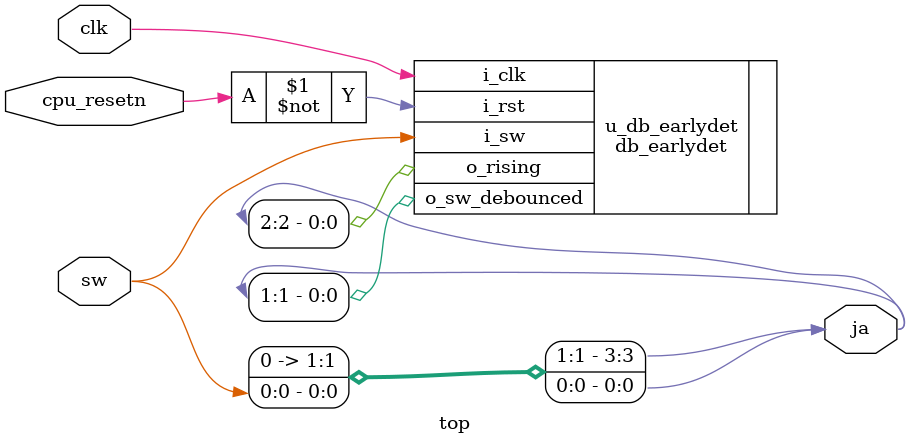
<source format=sv>
module top
    (
        input   logic clk,
        input   logic cpu_resetn,
        input   logic sw,
        output  logic [3:0] ja
    );

    assign ja[0] = sw;

    // debouncer_fsmd_exp u_debouncer_fsmd_exp
    //     (.i_clk(clk), .i_rst(~cpu_resetn), .i_sw(sw),
    //      .o_sw_debounced(ja[1]), .o_rising(ja[2]));


    db_earlydet u_db_earlydet
        (.i_clk(clk), .i_rst(~cpu_resetn), .i_sw(sw),
         .o_sw_debounced(ja[1]), .o_rising(ja[2]));

    assign ja[3] = 1'b0;

endmodule

</source>
